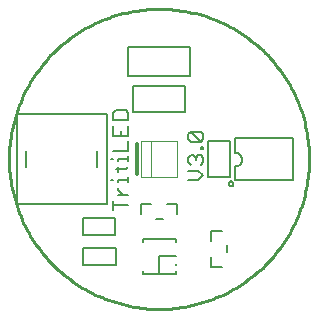
<source format=gto>
G75*
%MOIN*%
%OFA0B0*%
%FSLAX25Y25*%
%IPPOS*%
%LPD*%
%AMOC8*
5,1,8,0,0,1.08239X$1,22.5*
%
%ADD10C,0.01200*%
%ADD11C,0.01000*%
%ADD12C,0.00700*%
%ADD13C,0.00500*%
%ADD14C,0.00394*%
D10*
X0044100Y0046600D02*
X0044100Y0056600D01*
D11*
X0001600Y0051600D02*
X0001615Y0052827D01*
X0001660Y0054053D01*
X0001735Y0055278D01*
X0001841Y0056501D01*
X0001976Y0057721D01*
X0002141Y0058937D01*
X0002336Y0060148D01*
X0002561Y0061355D01*
X0002815Y0062555D01*
X0003098Y0063749D01*
X0003411Y0064936D01*
X0003753Y0066114D01*
X0004124Y0067284D01*
X0004523Y0068444D01*
X0004950Y0069595D01*
X0005406Y0070734D01*
X0005890Y0071862D01*
X0006401Y0072978D01*
X0006939Y0074081D01*
X0007504Y0075170D01*
X0008096Y0076245D01*
X0008714Y0077305D01*
X0009357Y0078350D01*
X0010027Y0079379D01*
X0010721Y0080390D01*
X0011440Y0081385D01*
X0012183Y0082362D01*
X0012949Y0083320D01*
X0013740Y0084259D01*
X0014552Y0085178D01*
X0015388Y0086077D01*
X0016245Y0086955D01*
X0017123Y0087812D01*
X0018022Y0088648D01*
X0018941Y0089460D01*
X0019880Y0090251D01*
X0020838Y0091017D01*
X0021815Y0091760D01*
X0022810Y0092479D01*
X0023821Y0093173D01*
X0024850Y0093843D01*
X0025895Y0094486D01*
X0026955Y0095104D01*
X0028030Y0095696D01*
X0029119Y0096261D01*
X0030222Y0096799D01*
X0031338Y0097310D01*
X0032466Y0097794D01*
X0033605Y0098250D01*
X0034756Y0098677D01*
X0035916Y0099076D01*
X0037086Y0099447D01*
X0038264Y0099789D01*
X0039451Y0100102D01*
X0040645Y0100385D01*
X0041845Y0100639D01*
X0043052Y0100864D01*
X0044263Y0101059D01*
X0045479Y0101224D01*
X0046699Y0101359D01*
X0047922Y0101465D01*
X0049147Y0101540D01*
X0050373Y0101585D01*
X0051600Y0101600D01*
X0052827Y0101585D01*
X0054053Y0101540D01*
X0055278Y0101465D01*
X0056501Y0101359D01*
X0057721Y0101224D01*
X0058937Y0101059D01*
X0060148Y0100864D01*
X0061355Y0100639D01*
X0062555Y0100385D01*
X0063749Y0100102D01*
X0064936Y0099789D01*
X0066114Y0099447D01*
X0067284Y0099076D01*
X0068444Y0098677D01*
X0069595Y0098250D01*
X0070734Y0097794D01*
X0071862Y0097310D01*
X0072978Y0096799D01*
X0074081Y0096261D01*
X0075170Y0095696D01*
X0076245Y0095104D01*
X0077305Y0094486D01*
X0078350Y0093843D01*
X0079379Y0093173D01*
X0080390Y0092479D01*
X0081385Y0091760D01*
X0082362Y0091017D01*
X0083320Y0090251D01*
X0084259Y0089460D01*
X0085178Y0088648D01*
X0086077Y0087812D01*
X0086955Y0086955D01*
X0087812Y0086077D01*
X0088648Y0085178D01*
X0089460Y0084259D01*
X0090251Y0083320D01*
X0091017Y0082362D01*
X0091760Y0081385D01*
X0092479Y0080390D01*
X0093173Y0079379D01*
X0093843Y0078350D01*
X0094486Y0077305D01*
X0095104Y0076245D01*
X0095696Y0075170D01*
X0096261Y0074081D01*
X0096799Y0072978D01*
X0097310Y0071862D01*
X0097794Y0070734D01*
X0098250Y0069595D01*
X0098677Y0068444D01*
X0099076Y0067284D01*
X0099447Y0066114D01*
X0099789Y0064936D01*
X0100102Y0063749D01*
X0100385Y0062555D01*
X0100639Y0061355D01*
X0100864Y0060148D01*
X0101059Y0058937D01*
X0101224Y0057721D01*
X0101359Y0056501D01*
X0101465Y0055278D01*
X0101540Y0054053D01*
X0101585Y0052827D01*
X0101600Y0051600D01*
X0101585Y0050373D01*
X0101540Y0049147D01*
X0101465Y0047922D01*
X0101359Y0046699D01*
X0101224Y0045479D01*
X0101059Y0044263D01*
X0100864Y0043052D01*
X0100639Y0041845D01*
X0100385Y0040645D01*
X0100102Y0039451D01*
X0099789Y0038264D01*
X0099447Y0037086D01*
X0099076Y0035916D01*
X0098677Y0034756D01*
X0098250Y0033605D01*
X0097794Y0032466D01*
X0097310Y0031338D01*
X0096799Y0030222D01*
X0096261Y0029119D01*
X0095696Y0028030D01*
X0095104Y0026955D01*
X0094486Y0025895D01*
X0093843Y0024850D01*
X0093173Y0023821D01*
X0092479Y0022810D01*
X0091760Y0021815D01*
X0091017Y0020838D01*
X0090251Y0019880D01*
X0089460Y0018941D01*
X0088648Y0018022D01*
X0087812Y0017123D01*
X0086955Y0016245D01*
X0086077Y0015388D01*
X0085178Y0014552D01*
X0084259Y0013740D01*
X0083320Y0012949D01*
X0082362Y0012183D01*
X0081385Y0011440D01*
X0080390Y0010721D01*
X0079379Y0010027D01*
X0078350Y0009357D01*
X0077305Y0008714D01*
X0076245Y0008096D01*
X0075170Y0007504D01*
X0074081Y0006939D01*
X0072978Y0006401D01*
X0071862Y0005890D01*
X0070734Y0005406D01*
X0069595Y0004950D01*
X0068444Y0004523D01*
X0067284Y0004124D01*
X0066114Y0003753D01*
X0064936Y0003411D01*
X0063749Y0003098D01*
X0062555Y0002815D01*
X0061355Y0002561D01*
X0060148Y0002336D01*
X0058937Y0002141D01*
X0057721Y0001976D01*
X0056501Y0001841D01*
X0055278Y0001735D01*
X0054053Y0001660D01*
X0052827Y0001615D01*
X0051600Y0001600D01*
X0050373Y0001615D01*
X0049147Y0001660D01*
X0047922Y0001735D01*
X0046699Y0001841D01*
X0045479Y0001976D01*
X0044263Y0002141D01*
X0043052Y0002336D01*
X0041845Y0002561D01*
X0040645Y0002815D01*
X0039451Y0003098D01*
X0038264Y0003411D01*
X0037086Y0003753D01*
X0035916Y0004124D01*
X0034756Y0004523D01*
X0033605Y0004950D01*
X0032466Y0005406D01*
X0031338Y0005890D01*
X0030222Y0006401D01*
X0029119Y0006939D01*
X0028030Y0007504D01*
X0026955Y0008096D01*
X0025895Y0008714D01*
X0024850Y0009357D01*
X0023821Y0010027D01*
X0022810Y0010721D01*
X0021815Y0011440D01*
X0020838Y0012183D01*
X0019880Y0012949D01*
X0018941Y0013740D01*
X0018022Y0014552D01*
X0017123Y0015388D01*
X0016245Y0016245D01*
X0015388Y0017123D01*
X0014552Y0018022D01*
X0013740Y0018941D01*
X0012949Y0019880D01*
X0012183Y0020838D01*
X0011440Y0021815D01*
X0010721Y0022810D01*
X0010027Y0023821D01*
X0009357Y0024850D01*
X0008714Y0025895D01*
X0008096Y0026955D01*
X0007504Y0028030D01*
X0006939Y0029119D01*
X0006401Y0030222D01*
X0005890Y0031338D01*
X0005406Y0032466D01*
X0004950Y0033605D01*
X0004523Y0034756D01*
X0004124Y0035916D01*
X0003753Y0037086D01*
X0003411Y0038264D01*
X0003098Y0039451D01*
X0002815Y0040645D01*
X0002561Y0041845D01*
X0002336Y0043052D01*
X0002141Y0044263D01*
X0001976Y0045479D01*
X0001841Y0046699D01*
X0001735Y0047922D01*
X0001660Y0049147D01*
X0001615Y0050373D01*
X0001600Y0051600D01*
D12*
X0035528Y0051596D02*
X0036346Y0051596D01*
X0037981Y0051596D02*
X0041250Y0051596D01*
X0041250Y0050779D02*
X0041250Y0052413D01*
X0041250Y0054216D02*
X0041250Y0057486D01*
X0041250Y0059373D02*
X0041250Y0062642D01*
X0038798Y0061007D02*
X0038798Y0059373D01*
X0036346Y0059373D02*
X0041250Y0059373D01*
X0036346Y0059373D02*
X0036346Y0062642D01*
X0036346Y0064529D02*
X0036346Y0066981D01*
X0037163Y0067798D01*
X0040433Y0067798D01*
X0041250Y0066981D01*
X0041250Y0064529D01*
X0036346Y0064529D01*
X0036346Y0054216D02*
X0041250Y0054216D01*
X0037981Y0051596D02*
X0037981Y0050779D01*
X0037981Y0048976D02*
X0037981Y0047341D01*
X0037163Y0048158D02*
X0040433Y0048158D01*
X0041250Y0048976D01*
X0041250Y0045538D02*
X0041250Y0043903D01*
X0041250Y0044721D02*
X0037981Y0044721D01*
X0037981Y0043903D01*
X0036346Y0044721D02*
X0035528Y0044721D01*
X0037981Y0042058D02*
X0037981Y0041241D01*
X0039615Y0039606D01*
X0037981Y0039606D02*
X0041250Y0039606D01*
X0036346Y0037719D02*
X0036346Y0034450D01*
X0036346Y0036085D02*
X0041250Y0036085D01*
X0061346Y0044450D02*
X0064615Y0044450D01*
X0066250Y0046085D01*
X0064615Y0047719D01*
X0061346Y0047719D01*
X0062163Y0049606D02*
X0061346Y0050424D01*
X0061346Y0052058D01*
X0062163Y0052876D01*
X0062981Y0052876D01*
X0063798Y0052058D01*
X0064615Y0052876D01*
X0065433Y0052876D01*
X0066250Y0052058D01*
X0066250Y0050424D01*
X0065433Y0049606D01*
X0063798Y0051241D02*
X0063798Y0052058D01*
X0065433Y0054763D02*
X0065433Y0055580D01*
X0066250Y0055580D01*
X0066250Y0054763D01*
X0065433Y0054763D01*
X0065433Y0057341D02*
X0062163Y0057341D01*
X0061346Y0058158D01*
X0061346Y0059793D01*
X0062163Y0060610D01*
X0065433Y0057341D01*
X0066250Y0058158D01*
X0066250Y0059793D01*
X0065433Y0060610D01*
X0062163Y0060610D01*
D13*
X0026088Y0021856D02*
X0026088Y0016344D01*
X0037112Y0016344D01*
X0037112Y0021856D01*
X0026088Y0021856D01*
X0026187Y0026344D02*
X0026187Y0031856D01*
X0037013Y0031856D01*
X0037013Y0026344D01*
X0026187Y0026344D01*
X0034100Y0036600D02*
X0004100Y0036600D01*
X0004100Y0066600D01*
X0034100Y0066600D01*
X0034100Y0036600D01*
X0045694Y0036659D02*
X0045694Y0033116D01*
X0045694Y0036659D02*
X0048844Y0036659D01*
X0054356Y0036659D02*
X0057506Y0036659D01*
X0057506Y0033116D01*
X0052781Y0031541D02*
X0050419Y0031541D01*
X0046088Y0024907D02*
X0057112Y0024907D01*
X0057112Y0023943D01*
X0057112Y0019100D02*
X0051600Y0019100D01*
X0051600Y0013588D01*
X0046088Y0013293D02*
X0057112Y0013293D01*
X0057112Y0013401D02*
X0057112Y0014257D01*
X0057112Y0016344D02*
X0057112Y0016738D01*
X0046088Y0014257D02*
X0046088Y0013293D01*
X0046088Y0023943D02*
X0046088Y0024907D01*
X0069041Y0024356D02*
X0069041Y0027506D01*
X0072584Y0027506D01*
X0074159Y0022781D02*
X0074159Y0020419D01*
X0069041Y0018844D02*
X0069041Y0015694D01*
X0072584Y0015694D01*
X0074789Y0043332D02*
X0074791Y0043388D01*
X0074797Y0043443D01*
X0074807Y0043497D01*
X0074820Y0043551D01*
X0074838Y0043604D01*
X0074859Y0043655D01*
X0074883Y0043705D01*
X0074911Y0043753D01*
X0074943Y0043799D01*
X0074977Y0043843D01*
X0075015Y0043884D01*
X0075055Y0043922D01*
X0075098Y0043957D01*
X0075143Y0043989D01*
X0075191Y0044018D01*
X0075240Y0044044D01*
X0075291Y0044066D01*
X0075343Y0044084D01*
X0075397Y0044098D01*
X0075452Y0044109D01*
X0075507Y0044116D01*
X0075562Y0044119D01*
X0075618Y0044118D01*
X0075673Y0044113D01*
X0075728Y0044104D01*
X0075782Y0044092D01*
X0075835Y0044075D01*
X0075887Y0044055D01*
X0075937Y0044031D01*
X0075985Y0044004D01*
X0076032Y0043974D01*
X0076076Y0043940D01*
X0076118Y0043903D01*
X0076156Y0043863D01*
X0076193Y0043821D01*
X0076226Y0043776D01*
X0076255Y0043730D01*
X0076282Y0043681D01*
X0076304Y0043630D01*
X0076324Y0043578D01*
X0076339Y0043524D01*
X0076351Y0043470D01*
X0076359Y0043415D01*
X0076363Y0043360D01*
X0076363Y0043304D01*
X0076359Y0043249D01*
X0076351Y0043194D01*
X0076339Y0043140D01*
X0076324Y0043086D01*
X0076304Y0043034D01*
X0076282Y0042983D01*
X0076255Y0042934D01*
X0076226Y0042888D01*
X0076193Y0042843D01*
X0076156Y0042801D01*
X0076118Y0042761D01*
X0076076Y0042724D01*
X0076032Y0042690D01*
X0075985Y0042660D01*
X0075937Y0042633D01*
X0075887Y0042609D01*
X0075835Y0042589D01*
X0075782Y0042572D01*
X0075728Y0042560D01*
X0075673Y0042551D01*
X0075618Y0042546D01*
X0075562Y0042545D01*
X0075507Y0042548D01*
X0075452Y0042555D01*
X0075397Y0042566D01*
X0075343Y0042580D01*
X0075291Y0042598D01*
X0075240Y0042620D01*
X0075191Y0042646D01*
X0075143Y0042675D01*
X0075098Y0042707D01*
X0075055Y0042742D01*
X0075015Y0042780D01*
X0074977Y0042821D01*
X0074943Y0042865D01*
X0074911Y0042911D01*
X0074883Y0042959D01*
X0074859Y0043009D01*
X0074838Y0043060D01*
X0074820Y0043113D01*
X0074807Y0043167D01*
X0074797Y0043221D01*
X0074791Y0043276D01*
X0074789Y0043332D01*
X0076954Y0044513D02*
X0076954Y0049159D01*
X0077072Y0049159D01*
X0077162Y0049161D01*
X0077252Y0049167D01*
X0077342Y0049176D01*
X0077431Y0049190D01*
X0077520Y0049207D01*
X0077608Y0049228D01*
X0077695Y0049252D01*
X0077780Y0049280D01*
X0077865Y0049312D01*
X0077948Y0049348D01*
X0078029Y0049387D01*
X0078109Y0049429D01*
X0078187Y0049475D01*
X0078263Y0049524D01*
X0078336Y0049576D01*
X0078408Y0049631D01*
X0078477Y0049689D01*
X0078543Y0049750D01*
X0078607Y0049814D01*
X0078668Y0049880D01*
X0078726Y0049949D01*
X0078781Y0050021D01*
X0078833Y0050094D01*
X0078882Y0050170D01*
X0078928Y0050248D01*
X0078970Y0050328D01*
X0079009Y0050409D01*
X0079045Y0050492D01*
X0079077Y0050577D01*
X0079105Y0050662D01*
X0079129Y0050749D01*
X0079150Y0050837D01*
X0079167Y0050926D01*
X0079181Y0051015D01*
X0079190Y0051105D01*
X0079196Y0051195D01*
X0079198Y0051285D01*
X0079198Y0051600D01*
X0079194Y0051693D01*
X0079185Y0051785D01*
X0079173Y0051877D01*
X0079157Y0051969D01*
X0079137Y0052059D01*
X0079113Y0052149D01*
X0079085Y0052237D01*
X0079054Y0052325D01*
X0079019Y0052411D01*
X0078980Y0052495D01*
X0078938Y0052578D01*
X0078892Y0052658D01*
X0078843Y0052737D01*
X0078790Y0052814D01*
X0078735Y0052888D01*
X0078676Y0052960D01*
X0078614Y0053029D01*
X0078550Y0053096D01*
X0078482Y0053159D01*
X0078412Y0053220D01*
X0078340Y0053278D01*
X0078265Y0053333D01*
X0078188Y0053385D01*
X0078108Y0053433D01*
X0078027Y0053478D01*
X0077944Y0053519D01*
X0077859Y0053557D01*
X0077773Y0053591D01*
X0077685Y0053621D01*
X0077596Y0053648D01*
X0077506Y0053671D01*
X0077416Y0053690D01*
X0077324Y0053705D01*
X0077232Y0053716D01*
X0077139Y0053723D01*
X0077047Y0053727D01*
X0076954Y0053726D01*
X0076954Y0058687D01*
X0096246Y0058687D01*
X0096246Y0044513D01*
X0076954Y0044513D01*
X0075242Y0045685D02*
X0075242Y0057515D01*
X0067958Y0057515D01*
X0067958Y0045685D01*
X0075242Y0045685D01*
X0060360Y0067171D02*
X0042840Y0067171D01*
X0042840Y0076029D01*
X0060360Y0076029D01*
X0060360Y0067171D01*
X0061836Y0079376D02*
X0041364Y0079376D01*
X0041364Y0088667D01*
X0041364Y0088824D01*
X0061836Y0088824D01*
X0061836Y0079376D01*
X0030911Y0054287D02*
X0030911Y0048913D01*
X0007289Y0048913D02*
X0007289Y0054287D01*
D14*
X0045694Y0057506D02*
X0045694Y0045694D01*
X0048844Y0045694D01*
X0048844Y0057506D01*
X0057506Y0057506D01*
X0057506Y0045694D01*
X0048844Y0045694D01*
X0048844Y0057506D02*
X0045694Y0057506D01*
M02*

</source>
